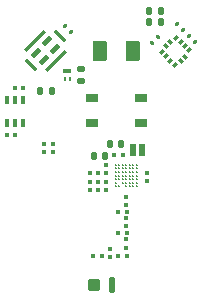
<source format=gbr>
%TF.GenerationSoftware,KiCad,Pcbnew,8.99.0-unknown-ce20689caf~181~ubuntu24.04.1*%
%TF.CreationDate,2024-12-05T10:04:36-05:00*%
%TF.ProjectId,nRF54L15_nPM2100_CR2032,6e524635-344c-4313-955f-6e504d323130,rev?*%
%TF.SameCoordinates,Original*%
%TF.FileFunction,Paste,Top*%
%TF.FilePolarity,Positive*%
%FSLAX46Y46*%
G04 Gerber Fmt 4.6, Leading zero omitted, Abs format (unit mm)*
G04 Created by KiCad (PCBNEW 8.99.0-unknown-ce20689caf~181~ubuntu24.04.1) date 2024-12-05 10:04:36*
%MOMM*%
%LPD*%
G01*
G04 APERTURE LIST*
G04 Aperture macros list*
%AMRoundRect*
0 Rectangle with rounded corners*
0 $1 Rounding radius*
0 $2 $3 $4 $5 $6 $7 $8 $9 X,Y pos of 4 corners*
0 Add a 4 corners polygon primitive as box body*
4,1,4,$2,$3,$4,$5,$6,$7,$8,$9,$2,$3,0*
0 Add four circle primitives for the rounded corners*
1,1,$1+$1,$2,$3*
1,1,$1+$1,$4,$5*
1,1,$1+$1,$6,$7*
1,1,$1+$1,$8,$9*
0 Add four rect primitives between the rounded corners*
20,1,$1+$1,$2,$3,$4,$5,0*
20,1,$1+$1,$4,$5,$6,$7,0*
20,1,$1+$1,$6,$7,$8,$9,0*
20,1,$1+$1,$8,$9,$2,$3,0*%
G04 Aperture macros list end*
%ADD10C,0.170000*%
%ADD11RoundRect,0.079500X0.079500X0.100500X-0.079500X0.100500X-0.079500X-0.100500X0.079500X-0.100500X0*%
%ADD12RoundRect,0.079500X-0.100500X0.079500X-0.100500X-0.079500X0.100500X-0.079500X0.100500X0.079500X0*%
%ADD13RoundRect,0.079500X-0.014849X0.127279X-0.127279X0.014849X0.014849X-0.127279X0.127279X-0.014849X0*%
%ADD14RoundRect,0.135000X0.135000X0.185000X-0.135000X0.185000X-0.135000X-0.185000X0.135000X-0.185000X0*%
%ADD15RoundRect,0.147500X-0.147500X-0.172500X0.147500X-0.172500X0.147500X0.172500X-0.147500X0.172500X0*%
%ADD16RoundRect,0.079500X0.100500X-0.079500X0.100500X0.079500X-0.100500X0.079500X-0.100500X-0.079500X0*%
%ADD17C,0.150000*%
%ADD18RoundRect,0.140000X0.140000X0.170000X-0.140000X0.170000X-0.140000X-0.170000X0.140000X-0.170000X0*%
%ADD19RoundRect,0.079500X-0.127279X-0.014849X-0.014849X-0.127279X0.127279X0.014849X0.014849X0.127279X0*%
%ADD20RoundRect,0.075000X0.175000X0.575000X-0.175000X0.575000X-0.175000X-0.575000X0.175000X-0.575000X0*%
%ADD21RoundRect,0.150000X0.350000X0.350000X-0.350000X0.350000X-0.350000X-0.350000X0.350000X-0.350000X0*%
%ADD22R,0.575000X1.114000*%
%ADD23RoundRect,0.079500X-0.079500X-0.100500X0.079500X-0.100500X0.079500X0.100500X-0.079500X0.100500X0*%
%ADD24RoundRect,0.250000X-0.375000X-0.625000X0.375000X-0.625000X0.375000X0.625000X-0.375000X0.625000X0*%
%ADD25RoundRect,0.033000X-0.021213X-0.207889X0.207889X0.021213X0.021213X0.207889X-0.207889X-0.021213X0*%
%ADD26RoundRect,0.033000X0.021213X-0.207889X0.207889X-0.021213X-0.021213X0.207889X-0.207889X0.021213X0*%
%ADD27R,0.250000X0.400000*%
%ADD28R,0.700000X0.400000*%
%ADD29RoundRect,0.079500X0.127279X0.014849X0.014849X0.127279X-0.127279X-0.014849X-0.014849X-0.127279X0*%
%ADD30R,1.050000X0.650000*%
%ADD31RoundRect,0.060000X-0.392444X-0.194454X-0.194454X-0.392444X0.392444X0.194454X0.194454X0.392444X0*%
%ADD32RoundRect,0.052500X0.689429X0.862670X-0.862670X-0.689429X-0.689429X-0.862670X0.862670X0.689429X0*%
%ADD33RoundRect,0.052500X0.509117X-0.335876X-0.335876X0.509117X-0.509117X0.335876X0.335876X-0.509117X0*%
%ADD34RoundRect,0.135000X-0.185000X0.135000X-0.185000X-0.135000X0.185000X-0.135000X0.185000X0.135000X0*%
%ADD35RoundRect,0.100000X-0.100000X0.225000X-0.100000X-0.225000X0.100000X-0.225000X0.100000X0.225000X0*%
G04 APERTURE END LIST*
D10*
%TO.C,U1*%
X189943000Y-61418200D03*
X189943000Y-61118200D03*
X189943000Y-60818200D03*
X189943000Y-60518200D03*
X189943000Y-60218200D03*
X189943000Y-59918200D03*
X189943000Y-59618200D03*
X190243000Y-61418200D03*
X190243000Y-60818200D03*
X190243000Y-60518200D03*
X190243000Y-60218200D03*
X190243000Y-59918200D03*
X190243000Y-59618200D03*
X190543000Y-61118200D03*
X190543000Y-60818200D03*
X190543000Y-60518200D03*
X190543000Y-60218200D03*
X190543000Y-59918200D03*
X190543000Y-59618200D03*
X190843000Y-61418200D03*
X190843000Y-61118200D03*
X190843000Y-60818200D03*
X190843000Y-60518200D03*
X190843000Y-60218200D03*
X190843000Y-59918200D03*
X190843000Y-59618200D03*
X191143000Y-61418200D03*
X191143000Y-61118200D03*
X191143000Y-60818200D03*
X191143000Y-60518200D03*
X191143000Y-60218200D03*
X191143000Y-59918200D03*
X191143000Y-59618200D03*
X191443000Y-61418200D03*
X191443000Y-61118200D03*
X191443000Y-60818200D03*
X191443000Y-60518200D03*
X191443000Y-60218200D03*
X191443000Y-59918200D03*
X191443000Y-59618200D03*
X191743000Y-61418200D03*
X191743000Y-61118200D03*
X191743000Y-60818200D03*
X191743000Y-60518200D03*
X191743000Y-60218200D03*
X191743000Y-59918200D03*
X191743000Y-59618200D03*
%TD*%
D11*
%TO.C,L6*%
X190855000Y-67360000D03*
X190165000Y-67360000D03*
%TD*%
D12*
%TO.C,C12*%
X188430000Y-61038800D03*
X188430000Y-61728800D03*
%TD*%
D11*
%TO.C,L7*%
X188745000Y-67360000D03*
X188055000Y-67360000D03*
%TD*%
D13*
%TO.C,C16*%
X193503952Y-48816048D03*
X193016048Y-49303952D03*
%TD*%
D14*
%TO.C,JP2*%
X193810000Y-47530000D03*
X192790000Y-47530000D03*
%TD*%
D12*
%TO.C,L4*%
X190830000Y-65925000D03*
X190830000Y-66615000D03*
%TD*%
D15*
%TO.C,L1*%
X188065000Y-58823800D03*
X189035000Y-58823800D03*
%TD*%
D16*
%TO.C,C1*%
X189130000Y-60338800D03*
X189130000Y-59648800D03*
%TD*%
D17*
%TO.C,Y2*%
X188905000Y-62618800D03*
X188655000Y-62618800D03*
X188655000Y-62368800D03*
X188905000Y-62368800D03*
%TD*%
D18*
%TO.C,C10*%
X190400000Y-57830000D03*
X189440000Y-57830000D03*
%TD*%
D14*
%TO.C,JP3*%
X193810000Y-46590000D03*
X192790000Y-46590000D03*
%TD*%
D19*
%TO.C,C15*%
X196156048Y-48736048D03*
X196643952Y-49223952D03*
%TD*%
D11*
%TO.C,C11*%
X190525000Y-58813800D03*
X189835000Y-58813800D03*
%TD*%
D12*
%TO.C,R3*%
X184590000Y-57825000D03*
X184590000Y-58515000D03*
%TD*%
D20*
%TO.C,AE1*%
X189630000Y-69800000D03*
D21*
X188080000Y-69800000D03*
%TD*%
D11*
%TO.C,C4*%
X182075000Y-53080000D03*
X181385000Y-53080000D03*
%TD*%
D22*
%TO.C,Y1*%
X191367500Y-58363800D03*
X192192500Y-58363800D03*
%TD*%
D23*
%TO.C,C3*%
X180735000Y-57050000D03*
X181425000Y-57050000D03*
%TD*%
D14*
%TO.C,R4*%
X184580000Y-53320000D03*
X183560000Y-53320000D03*
%TD*%
D12*
%TO.C,C2*%
X187730000Y-61038800D03*
X187730000Y-61728800D03*
%TD*%
D24*
%TO.C,D1*%
X188600000Y-50000000D03*
X191400000Y-50000000D03*
%TD*%
D23*
%TO.C,FB1*%
X187735000Y-60313800D03*
X188425000Y-60313800D03*
%TD*%
D25*
%TO.C,U3*%
X193861558Y-50077782D03*
X194215111Y-50431335D03*
X194568665Y-50784889D03*
X194922218Y-51138442D03*
D26*
X195469802Y-50823355D03*
X195823355Y-50469802D03*
D25*
X196138442Y-49922218D03*
X195784889Y-49568665D03*
X195431335Y-49215111D03*
X195077782Y-48861558D03*
D26*
X194530198Y-49176645D03*
X194176645Y-49530198D03*
%TD*%
D27*
%TO.C,Q1*%
X185625000Y-52350000D03*
X186075000Y-52350000D03*
D28*
X185850000Y-51650000D03*
%TD*%
D29*
%TO.C,C17*%
X195603952Y-48173952D03*
X195116048Y-47686048D03*
%TD*%
D16*
%TO.C,C8*%
X192557697Y-61015000D03*
X192557697Y-60325000D03*
%TD*%
D12*
%TO.C,L2*%
X190830000Y-62325000D03*
X190830000Y-63015000D03*
%TD*%
D19*
%TO.C,C20*%
X185636048Y-47856048D03*
X186123952Y-48343952D03*
%TD*%
D16*
%TO.C,L18*%
X189450000Y-67385000D03*
X189450000Y-66695000D03*
%TD*%
D12*
%TO.C,R2*%
X183890000Y-57825000D03*
X183890000Y-58515000D03*
%TD*%
D30*
%TO.C,SW1*%
X187925000Y-53925000D03*
X192075000Y-53925000D03*
X187925000Y-56075000D03*
X192050000Y-56075000D03*
%TD*%
D11*
%TO.C,C6*%
X190855000Y-63570000D03*
X190165000Y-63570000D03*
%TD*%
%TO.C,C9*%
X190855000Y-65370000D03*
X190165000Y-65370000D03*
%TD*%
D12*
%TO.C,L3*%
X190830000Y-64125000D03*
X190830000Y-64815000D03*
%TD*%
D31*
%TO.C,MK1*%
X184159099Y-49156649D03*
X183204505Y-50111243D03*
X183840901Y-50747639D03*
X184795495Y-49793045D03*
D32*
X183133794Y-49085938D03*
D33*
X185219759Y-48732385D03*
X182780241Y-51171903D03*
D32*
X184866206Y-50818350D03*
%TD*%
D34*
%TO.C,R1*%
X187000000Y-51490000D03*
X187000000Y-52510000D03*
%TD*%
D12*
%TO.C,C5*%
X189130000Y-61048800D03*
X189130000Y-61738800D03*
%TD*%
D35*
%TO.C,U2*%
X182050000Y-54150000D03*
X181400000Y-54150000D03*
X180750000Y-54150000D03*
X180750000Y-56050000D03*
X181400000Y-56050000D03*
X182050000Y-56050000D03*
%TD*%
M02*

</source>
